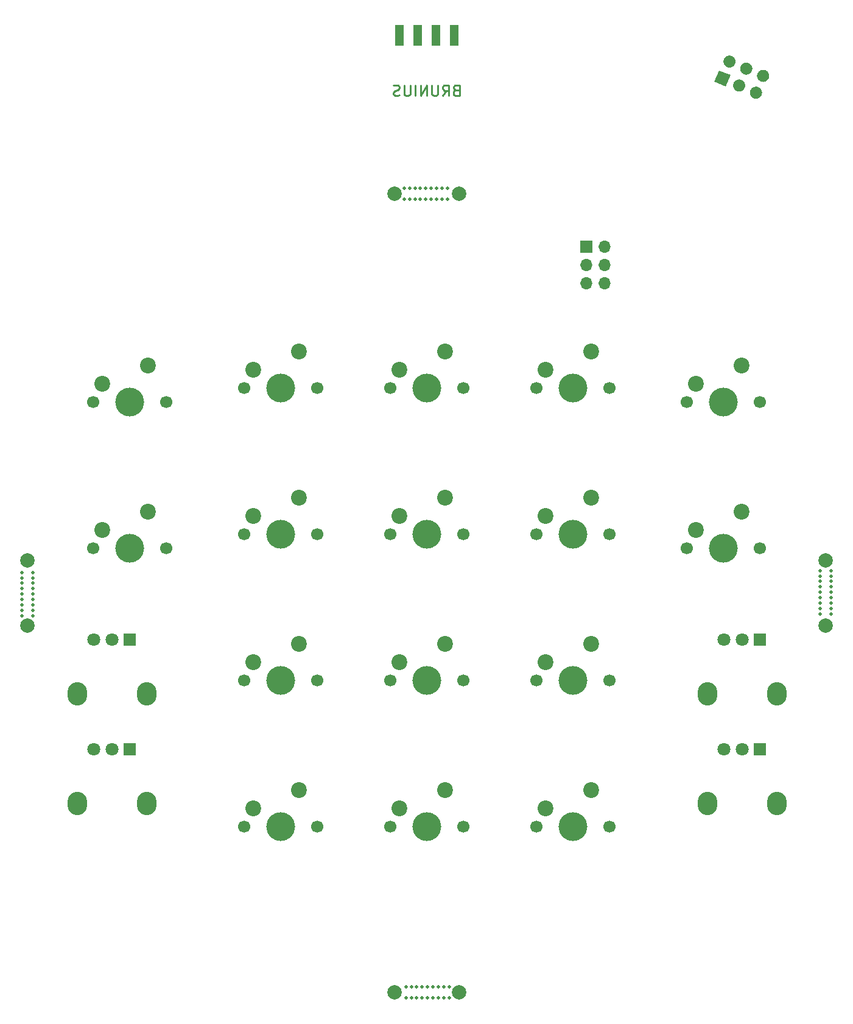
<source format=gbr>
%TF.GenerationSoftware,KiCad,Pcbnew,(5.1.9)-1*%
%TF.CreationDate,2021-07-06T15:25:53+10:00*%
%TF.ProjectId,MFD-panel,4d46442d-7061-46e6-956c-2e6b69636164,rev?*%
%TF.SameCoordinates,Original*%
%TF.FileFunction,Soldermask,Bot*%
%TF.FilePolarity,Negative*%
%FSLAX46Y46*%
G04 Gerber Fmt 4.6, Leading zero omitted, Abs format (unit mm)*
G04 Created by KiCad (PCBNEW (5.1.9)-1) date 2021-07-06 15:25:53*
%MOMM*%
%LPD*%
G01*
G04 APERTURE LIST*
%ADD10C,0.250000*%
%ADD11R,1.300000X3.000000*%
%ADD12C,0.100000*%
%ADD13C,2.000000*%
%ADD14C,0.500000*%
%ADD15C,1.700000*%
%ADD16C,4.000000*%
%ADD17C,2.200000*%
%ADD18O,1.700000X1.700000*%
%ADD19R,1.700000X1.700000*%
%ADD20O,2.720000X3.240000*%
%ADD21C,1.800000*%
%ADD22R,1.800000X1.800000*%
G04 APERTURE END LIST*
D10*
X74671428Y-692857D02*
X74457142Y-764285D01*
X74385714Y-835714D01*
X74314285Y-978571D01*
X74314285Y-1192857D01*
X74385714Y-1335714D01*
X74457142Y-1407142D01*
X74600000Y-1478571D01*
X75171428Y-1478571D01*
X75171428Y21428D01*
X74671428Y21428D01*
X74528571Y-50000D01*
X74457142Y-121428D01*
X74385714Y-264285D01*
X74385714Y-407142D01*
X74457142Y-550000D01*
X74528571Y-621428D01*
X74671428Y-692857D01*
X75171428Y-692857D01*
X72814285Y-1478571D02*
X73314285Y-764285D01*
X73671428Y-1478571D02*
X73671428Y21428D01*
X73100000Y21428D01*
X72957142Y-50000D01*
X72885714Y-121428D01*
X72814285Y-264285D01*
X72814285Y-478571D01*
X72885714Y-621428D01*
X72957142Y-692857D01*
X73100000Y-764285D01*
X73671428Y-764285D01*
X72171428Y21428D02*
X72171428Y-1192857D01*
X72100000Y-1335714D01*
X72028571Y-1407142D01*
X71885714Y-1478571D01*
X71600000Y-1478571D01*
X71457142Y-1407142D01*
X71385714Y-1335714D01*
X71314285Y-1192857D01*
X71314285Y21428D01*
X70600000Y-1478571D02*
X70600000Y21428D01*
X69742857Y-1478571D01*
X69742857Y21428D01*
X69028571Y-1478571D02*
X69028571Y21428D01*
X68314285Y21428D02*
X68314285Y-1192857D01*
X68242857Y-1335714D01*
X68171428Y-1407142D01*
X68028571Y-1478571D01*
X67742857Y-1478571D01*
X67600000Y-1407142D01*
X67528571Y-1335714D01*
X67457142Y-1192857D01*
X67457142Y21428D01*
X66814285Y-1407142D02*
X66600000Y-1478571D01*
X66242857Y-1478571D01*
X66100000Y-1407142D01*
X66028571Y-1335714D01*
X65957142Y-1192857D01*
X65957142Y-1050000D01*
X66028571Y-907142D01*
X66100000Y-835714D01*
X66242857Y-764285D01*
X66528571Y-692857D01*
X66671428Y-621428D01*
X66742857Y-550000D01*
X66814285Y-407142D01*
X66814285Y-264285D01*
X66742857Y-121428D01*
X66671428Y-50000D01*
X66528571Y21428D01*
X66171428Y21428D01*
X65957142Y-50000D01*
D11*
%TO.C,J2*%
X74410000Y6946000D03*
X71870000Y6946000D03*
X69330000Y6946000D03*
X66790000Y6946000D03*
%TD*%
%TO.C,J1*%
G36*
G01*
X117058401Y510539D02*
X117058401Y510539D01*
G75*
G02*
X116608093Y1625089I332121J782429D01*
G01*
X116608093Y1625089D01*
G75*
G02*
X117722643Y2075397I782429J-332121D01*
G01*
X117722643Y2075397D01*
G75*
G02*
X118172951Y960847I-332121J-782429D01*
G01*
X118172951Y960847D01*
G75*
G02*
X117058401Y510539I-782429J332121D01*
G01*
G37*
G36*
G01*
X116065944Y-1827543D02*
X116065944Y-1827543D01*
G75*
G02*
X115615636Y-712993I332121J782429D01*
G01*
X115615636Y-712993D01*
G75*
G02*
X116730186Y-262685I782429J-332121D01*
G01*
X116730186Y-262685D01*
G75*
G02*
X117180494Y-1377235I-332121J-782429D01*
G01*
X117180494Y-1377235D01*
G75*
G02*
X116065944Y-1827543I-782429J332121D01*
G01*
G37*
G36*
G01*
X114720318Y1502996D02*
X114720318Y1502996D01*
G75*
G02*
X114270010Y2617546I332121J782429D01*
G01*
X114270010Y2617546D01*
G75*
G02*
X115384560Y3067854I782429J-332121D01*
G01*
X115384560Y3067854D01*
G75*
G02*
X115834868Y1953304I-332121J-782429D01*
G01*
X115834868Y1953304D01*
G75*
G02*
X114720318Y1502996I-782429J332121D01*
G01*
G37*
G36*
G01*
X113727861Y-835086D02*
X113727861Y-835086D01*
G75*
G02*
X113277553Y279464I332121J782429D01*
G01*
X113277553Y279464D01*
G75*
G02*
X114392103Y729772I782429J-332121D01*
G01*
X114392103Y729772D01*
G75*
G02*
X114842411Y-384778I-332121J-782429D01*
G01*
X114842411Y-384778D01*
G75*
G02*
X113727861Y-835086I-782429J332121D01*
G01*
G37*
G36*
G01*
X112382236Y2495453D02*
X112382236Y2495453D01*
G75*
G02*
X111931928Y3610003I332121J782429D01*
G01*
X111931928Y3610003D01*
G75*
G02*
X113046478Y4060311I782429J-332121D01*
G01*
X113046478Y4060311D01*
G75*
G02*
X113496786Y2945761I-332121J-782429D01*
G01*
X113496786Y2945761D01*
G75*
G02*
X112382236Y2495453I-782429J332121D01*
G01*
G37*
D12*
G36*
X112172208Y-174751D02*
G01*
X110607349Y489492D01*
X111271592Y2054351D01*
X112836451Y1390108D01*
X112172208Y-174751D01*
G37*
%TD*%
D13*
%TO.C,mouse-bite-2mm-slot*%
X75100000Y-15100000D03*
X66100000Y-15100000D03*
D14*
X67475000Y-14350000D03*
X67475000Y-15850000D03*
X72725000Y-15850000D03*
X73475000Y-15850000D03*
X72725000Y-14350000D03*
X73475000Y-14350000D03*
X69725000Y-14350000D03*
X68225000Y-15850000D03*
X69725000Y-15850000D03*
X68975000Y-15850000D03*
X68225000Y-14350000D03*
X68975000Y-14350000D03*
X71975000Y-15850000D03*
X70475000Y-15850000D03*
X70475000Y-14350000D03*
X71975000Y-14350000D03*
X71225000Y-15850000D03*
X71225000Y-14350000D03*
%TD*%
D13*
%TO.C,mouse-bite-2mm-slot*%
X126100000Y-75100000D03*
X126100000Y-66100000D03*
D14*
X126850000Y-67475000D03*
X125350000Y-67475000D03*
X125350000Y-72725000D03*
X125350000Y-73475000D03*
X126850000Y-72725000D03*
X126850000Y-73475000D03*
X126850000Y-69725000D03*
X125350000Y-68225000D03*
X125350000Y-69725000D03*
X125350000Y-68975000D03*
X126850000Y-68225000D03*
X126850000Y-68975000D03*
X125350000Y-71975000D03*
X125350000Y-70475000D03*
X126850000Y-70475000D03*
X126850000Y-71975000D03*
X125350000Y-71225000D03*
X126850000Y-71225000D03*
%TD*%
D13*
%TO.C,mouse-bite-2mm-slot*%
X66100000Y-126100000D03*
X75100000Y-126100000D03*
D14*
X73725000Y-126850000D03*
X73725000Y-125350000D03*
X68475000Y-125350000D03*
X67725000Y-125350000D03*
X68475000Y-126850000D03*
X67725000Y-126850000D03*
X71475000Y-126850000D03*
X72975000Y-125350000D03*
X71475000Y-125350000D03*
X72225000Y-125350000D03*
X72975000Y-126850000D03*
X72225000Y-126850000D03*
X69225000Y-125350000D03*
X70725000Y-125350000D03*
X70725000Y-126850000D03*
X69225000Y-126850000D03*
X69975000Y-125350000D03*
X69975000Y-126850000D03*
%TD*%
D13*
%TO.C,mouse-bite-2mm-slot*%
X15100000Y-66100000D03*
X15100000Y-75100000D03*
D14*
X14350000Y-73725000D03*
X15850000Y-73725000D03*
X15850000Y-68475000D03*
X15850000Y-67725000D03*
X14350000Y-68475000D03*
X14350000Y-67725000D03*
X14350000Y-71475000D03*
X15850000Y-72975000D03*
X15850000Y-71475000D03*
X15850000Y-72225000D03*
X14350000Y-72975000D03*
X14350000Y-72225000D03*
X15850000Y-69225000D03*
X15850000Y-70725000D03*
X14350000Y-70725000D03*
X14350000Y-69225000D03*
X15850000Y-69975000D03*
X14350000Y-69975000D03*
%TD*%
D15*
%TO.C,SW21*%
X75680000Y-42120000D03*
X65520000Y-42120000D03*
D16*
X70600000Y-42120000D03*
D17*
X66790000Y-39580000D03*
X73140000Y-37040000D03*
%TD*%
D18*
%TO.C,J1*%
X95380000Y-27530000D03*
X92840000Y-27530000D03*
X95380000Y-24990000D03*
X92840000Y-24990000D03*
X95380000Y-22450000D03*
D19*
X92840000Y-22450000D03*
%TD*%
D15*
%TO.C,SW44*%
X116970000Y-64360000D03*
X106810000Y-64360000D03*
D16*
X111890000Y-64360000D03*
D17*
X108080000Y-61820000D03*
X114430000Y-59280000D03*
%TD*%
D15*
%TO.C,SW43*%
X116970000Y-44040000D03*
X106810000Y-44040000D03*
D16*
X111890000Y-44040000D03*
D17*
X108080000Y-41500000D03*
X114430000Y-38960000D03*
%TD*%
D15*
%TO.C,SW42*%
X34420000Y-64360000D03*
X24260000Y-64360000D03*
D16*
X29340000Y-64360000D03*
D17*
X25530000Y-61820000D03*
X31880000Y-59280000D03*
%TD*%
D15*
%TO.C,SW41*%
X34420000Y-44040000D03*
X24260000Y-44040000D03*
D16*
X29340000Y-44040000D03*
D17*
X25530000Y-41500000D03*
X31880000Y-38960000D03*
%TD*%
D20*
%TO.C,RV4*%
X119270000Y-84560000D03*
X109670000Y-84560000D03*
D21*
X111970000Y-77060000D03*
X114470000Y-77060000D03*
D22*
X116970000Y-77060000D03*
%TD*%
D20*
%TO.C,RV3*%
X31640000Y-84560000D03*
X22040000Y-84560000D03*
D21*
X24340000Y-77060000D03*
X26840000Y-77060000D03*
D22*
X29340000Y-77060000D03*
%TD*%
D20*
%TO.C,RV2*%
X119270000Y-99800000D03*
X109670000Y-99800000D03*
D21*
X111970000Y-92300000D03*
X114470000Y-92300000D03*
D22*
X116970000Y-92300000D03*
%TD*%
D20*
%TO.C,RV1*%
X31640000Y-99800000D03*
X22040000Y-99800000D03*
D21*
X24340000Y-92300000D03*
X26840000Y-92300000D03*
D22*
X29340000Y-92300000D03*
%TD*%
D15*
%TO.C,SW34*%
X96000000Y-103080000D03*
X85840000Y-103080000D03*
D16*
X90920000Y-103080000D03*
D17*
X87110000Y-100540000D03*
X93460000Y-98000000D03*
%TD*%
D15*
%TO.C,SW33*%
X96000000Y-82760000D03*
X85840000Y-82760000D03*
D16*
X90920000Y-82760000D03*
D17*
X87110000Y-80220000D03*
X93460000Y-77680000D03*
%TD*%
D15*
%TO.C,SW32*%
X96000000Y-62440000D03*
X85840000Y-62440000D03*
D16*
X90920000Y-62440000D03*
D17*
X87110000Y-59900000D03*
X93460000Y-57360000D03*
%TD*%
D15*
%TO.C,SW31*%
X96000000Y-42120000D03*
X85840000Y-42120000D03*
D16*
X90920000Y-42120000D03*
D17*
X87110000Y-39580000D03*
X93460000Y-37040000D03*
%TD*%
D15*
%TO.C,SW24*%
X75680000Y-103080000D03*
X65520000Y-103080000D03*
D16*
X70600000Y-103080000D03*
D17*
X66790000Y-100540000D03*
X73140000Y-98000000D03*
%TD*%
D15*
%TO.C,SW23*%
X75680000Y-82760000D03*
X65520000Y-82760000D03*
D16*
X70600000Y-82760000D03*
D17*
X66790000Y-80220000D03*
X73140000Y-77680000D03*
%TD*%
D15*
%TO.C,SW22*%
X75680000Y-62440000D03*
X65520000Y-62440000D03*
D16*
X70600000Y-62440000D03*
D17*
X66790000Y-59900000D03*
X73140000Y-57360000D03*
%TD*%
D15*
%TO.C,SW14*%
X55360000Y-103080000D03*
X45200000Y-103080000D03*
D16*
X50280000Y-103080000D03*
D17*
X46470000Y-100540000D03*
X52820000Y-98000000D03*
%TD*%
D15*
%TO.C,SW13*%
X55360000Y-82760000D03*
X45200000Y-82760000D03*
D16*
X50280000Y-82760000D03*
D17*
X46470000Y-80220000D03*
X52820000Y-77680000D03*
%TD*%
D15*
%TO.C,SW12*%
X55360000Y-62440000D03*
X45200000Y-62440000D03*
D16*
X50280000Y-62440000D03*
D17*
X46470000Y-59900000D03*
X52820000Y-57360000D03*
%TD*%
D15*
%TO.C,SW11*%
X55360000Y-42120000D03*
X45200000Y-42120000D03*
D16*
X50280000Y-42120000D03*
D17*
X46470000Y-39580000D03*
X52820000Y-37040000D03*
%TD*%
M02*

</source>
